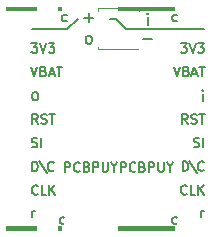
<source format=gto>
%TF.GenerationSoftware,KiCad,Pcbnew,(5.1.9)-1*%
%TF.CreationDate,2021-09-16T08:42:28+02:00*%
%TF.ProjectId,poly_kb,706f6c79-5f6b-4622-9e6b-696361645f70,rev?*%
%TF.SameCoordinates,Original*%
%TF.FileFunction,Legend,Top*%
%TF.FilePolarity,Positive*%
%FSLAX46Y46*%
G04 Gerber Fmt 4.6, Leading zero omitted, Abs format (unit mm)*
G04 Created by KiCad (PCBNEW (5.1.9)-1) date 2021-09-16 08:42:28*
%MOMM*%
%LPD*%
G01*
G04 APERTURE LIST*
%ADD10C,0.150000*%
%ADD11C,0.153000*%
%ADD12C,0.127000*%
%ADD13C,0.180000*%
%ADD14C,0.120000*%
%ADD15C,2.200000*%
%ADD16C,4.000000*%
%ADD17C,1.700000*%
%ADD18R,2.000000X1.500000*%
%ADD19R,1.500000X1.500000*%
%ADD20R,0.950000X0.800000*%
G04 APERTURE END LIST*
D10*
X265976666Y-121329404D02*
X265976666Y-120529404D01*
X266281428Y-120529404D01*
X266357619Y-120567500D01*
X266395714Y-120605595D01*
X266433809Y-120681785D01*
X266433809Y-120796071D01*
X266395714Y-120872261D01*
X266357619Y-120910357D01*
X266281428Y-120948452D01*
X265976666Y-120948452D01*
X267233809Y-121253214D02*
X267195714Y-121291309D01*
X267081428Y-121329404D01*
X267005238Y-121329404D01*
X266890952Y-121291309D01*
X266814761Y-121215119D01*
X266776666Y-121138928D01*
X266738571Y-120986547D01*
X266738571Y-120872261D01*
X266776666Y-120719880D01*
X266814761Y-120643690D01*
X266890952Y-120567500D01*
X267005238Y-120529404D01*
X267081428Y-120529404D01*
X267195714Y-120567500D01*
X267233809Y-120605595D01*
X267843333Y-120910357D02*
X267957619Y-120948452D01*
X267995714Y-120986547D01*
X268033809Y-121062738D01*
X268033809Y-121177023D01*
X267995714Y-121253214D01*
X267957619Y-121291309D01*
X267881428Y-121329404D01*
X267576666Y-121329404D01*
X267576666Y-120529404D01*
X267843333Y-120529404D01*
X267919523Y-120567500D01*
X267957619Y-120605595D01*
X267995714Y-120681785D01*
X267995714Y-120757976D01*
X267957619Y-120834166D01*
X267919523Y-120872261D01*
X267843333Y-120910357D01*
X267576666Y-120910357D01*
X268376666Y-121329404D02*
X268376666Y-120529404D01*
X268681428Y-120529404D01*
X268757619Y-120567500D01*
X268795714Y-120605595D01*
X268833809Y-120681785D01*
X268833809Y-120796071D01*
X268795714Y-120872261D01*
X268757619Y-120910357D01*
X268681428Y-120948452D01*
X268376666Y-120948452D01*
X269176666Y-120529404D02*
X269176666Y-121177023D01*
X269214761Y-121253214D01*
X269252857Y-121291309D01*
X269329047Y-121329404D01*
X269481428Y-121329404D01*
X269557619Y-121291309D01*
X269595714Y-121253214D01*
X269633809Y-121177023D01*
X269633809Y-120529404D01*
X270167142Y-120948452D02*
X270167142Y-121329404D01*
X269900476Y-120529404D02*
X270167142Y-120948452D01*
X270433809Y-120529404D01*
X270700476Y-121329404D02*
X270700476Y-120529404D01*
X271005238Y-120529404D01*
X271081428Y-120567500D01*
X271119523Y-120605595D01*
X271157619Y-120681785D01*
X271157619Y-120796071D01*
X271119523Y-120872261D01*
X271081428Y-120910357D01*
X271005238Y-120948452D01*
X270700476Y-120948452D01*
X271957619Y-121253214D02*
X271919523Y-121291309D01*
X271805238Y-121329404D01*
X271729047Y-121329404D01*
X271614761Y-121291309D01*
X271538571Y-121215119D01*
X271500476Y-121138928D01*
X271462380Y-120986547D01*
X271462380Y-120872261D01*
X271500476Y-120719880D01*
X271538571Y-120643690D01*
X271614761Y-120567500D01*
X271729047Y-120529404D01*
X271805238Y-120529404D01*
X271919523Y-120567500D01*
X271957619Y-120605595D01*
X272567142Y-120910357D02*
X272681428Y-120948452D01*
X272719523Y-120986547D01*
X272757619Y-121062738D01*
X272757619Y-121177023D01*
X272719523Y-121253214D01*
X272681428Y-121291309D01*
X272605238Y-121329404D01*
X272300476Y-121329404D01*
X272300476Y-120529404D01*
X272567142Y-120529404D01*
X272643333Y-120567500D01*
X272681428Y-120605595D01*
X272719523Y-120681785D01*
X272719523Y-120757976D01*
X272681428Y-120834166D01*
X272643333Y-120872261D01*
X272567142Y-120910357D01*
X272300476Y-120910357D01*
X273100476Y-121329404D02*
X273100476Y-120529404D01*
X273405238Y-120529404D01*
X273481428Y-120567500D01*
X273519523Y-120605595D01*
X273557619Y-120681785D01*
X273557619Y-120796071D01*
X273519523Y-120872261D01*
X273481428Y-120910357D01*
X273405238Y-120948452D01*
X273100476Y-120948452D01*
X273900476Y-120529404D02*
X273900476Y-121177023D01*
X273938571Y-121253214D01*
X273976666Y-121291309D01*
X274052857Y-121329404D01*
X274205238Y-121329404D01*
X274281428Y-121291309D01*
X274319523Y-121253214D01*
X274357619Y-121177023D01*
X274357619Y-120529404D01*
X274890952Y-120948452D02*
X274890952Y-121329404D01*
X274624285Y-120529404D02*
X274890952Y-120948452D01*
X275157619Y-120529404D01*
D11*
X275462976Y-125672809D02*
X275386785Y-125710904D01*
X275234404Y-125710904D01*
X275158214Y-125672809D01*
X275120119Y-125634714D01*
X275082023Y-125558523D01*
X275082023Y-125329952D01*
X275120119Y-125253761D01*
X275158214Y-125215666D01*
X275234404Y-125177571D01*
X275386785Y-125177571D01*
X275462976Y-125215666D01*
D12*
G36*
X265747500Y-107723000D02*
G01*
X265366500Y-107723000D01*
X265366500Y-107342000D01*
X265747500Y-107342000D01*
X265747500Y-107723000D01*
G37*
G36*
X263652000Y-107723000D02*
G01*
X260985000Y-107723000D01*
X260985000Y-107342000D01*
X263652000Y-107342000D01*
X263652000Y-107723000D01*
G37*
G36*
X263652000Y-126301500D02*
G01*
X260985000Y-126301500D01*
X260985000Y-125920500D01*
X263652000Y-125920500D01*
X263652000Y-126301500D01*
G37*
G36*
X265747500Y-126301500D02*
G01*
X265366500Y-126301500D01*
X265366500Y-125920500D01*
X265747500Y-125920500D01*
X265747500Y-126301500D01*
G37*
G36*
X275272500Y-107723000D02*
G01*
X270510000Y-107723000D01*
X270510000Y-107342000D01*
X275272500Y-107342000D01*
X275272500Y-107723000D01*
G37*
G36*
X275272500Y-126301500D02*
G01*
X270510000Y-126301500D01*
X270510000Y-125920500D01*
X275272500Y-125920500D01*
X275272500Y-126301500D01*
G37*
D13*
X270357600Y-108381800D02*
X269798800Y-108381800D01*
X271170400Y-109194600D02*
X270357600Y-108381800D01*
X277749000Y-109194600D02*
X271170400Y-109194600D01*
X266128500Y-109220000D02*
X267081000Y-108394500D01*
X263169400Y-109220000D02*
X266128500Y-109220000D01*
D11*
X277501357Y-125139404D02*
X277501357Y-124606071D01*
X277501357Y-124758452D02*
X277539452Y-124682261D01*
X277577547Y-124644166D01*
X277653738Y-124606071D01*
X277729928Y-124606071D01*
X276307552Y-123170914D02*
X276269457Y-123209009D01*
X276155171Y-123247104D01*
X276078981Y-123247104D01*
X275964695Y-123209009D01*
X275888504Y-123132819D01*
X275850409Y-123056628D01*
X275812314Y-122904247D01*
X275812314Y-122789961D01*
X275850409Y-122637580D01*
X275888504Y-122561390D01*
X275964695Y-122485200D01*
X276078981Y-122447104D01*
X276155171Y-122447104D01*
X276269457Y-122485200D01*
X276307552Y-122523295D01*
X277031362Y-123247104D02*
X276650409Y-123247104D01*
X276650409Y-122447104D01*
X277298028Y-123247104D02*
X277298028Y-122447104D01*
X277755171Y-123247104D02*
X277412314Y-122789961D01*
X277755171Y-122447104D02*
X277298028Y-122904247D01*
X275964695Y-121244734D02*
X275964695Y-120444734D01*
X276155171Y-120444734D01*
X276269457Y-120482830D01*
X276345647Y-120559020D01*
X276383743Y-120635210D01*
X276421838Y-120787591D01*
X276421838Y-120901877D01*
X276383743Y-121054258D01*
X276345647Y-121130449D01*
X276269457Y-121206639D01*
X276155171Y-121244734D01*
X275964695Y-121244734D01*
X276498028Y-120368544D02*
X277183743Y-121397115D01*
X277755171Y-121168544D02*
X277717076Y-121206639D01*
X277602790Y-121244734D01*
X277526600Y-121244734D01*
X277412314Y-121206639D01*
X277336124Y-121130449D01*
X277298028Y-121054258D01*
X277259933Y-120901877D01*
X277259933Y-120787591D01*
X277298028Y-120635210D01*
X277336124Y-120559020D01*
X277412314Y-120482830D01*
X277526600Y-120444734D01*
X277602790Y-120444734D01*
X277717076Y-120482830D01*
X277755171Y-120520925D01*
X276917076Y-119204273D02*
X277031362Y-119242368D01*
X277221838Y-119242368D01*
X277298028Y-119204273D01*
X277336124Y-119166178D01*
X277374219Y-119089987D01*
X277374219Y-119013797D01*
X277336124Y-118937606D01*
X277298028Y-118899511D01*
X277221838Y-118861416D01*
X277069457Y-118823321D01*
X276993266Y-118785225D01*
X276955171Y-118747130D01*
X276917076Y-118670940D01*
X276917076Y-118594749D01*
X276955171Y-118518559D01*
X276993266Y-118480464D01*
X277069457Y-118442368D01*
X277259933Y-118442368D01*
X277374219Y-118480464D01*
X277717076Y-119242368D02*
X277717076Y-118442368D01*
X276383742Y-117240002D02*
X276117076Y-116859050D01*
X275926599Y-117240002D02*
X275926599Y-116440002D01*
X276231361Y-116440002D01*
X276307552Y-116478098D01*
X276345647Y-116516193D01*
X276383742Y-116592383D01*
X276383742Y-116706669D01*
X276345647Y-116782859D01*
X276307552Y-116820955D01*
X276231361Y-116859050D01*
X275926599Y-116859050D01*
X276688504Y-117201907D02*
X276802790Y-117240002D01*
X276993266Y-117240002D01*
X277069457Y-117201907D01*
X277107552Y-117163812D01*
X277145647Y-117087621D01*
X277145647Y-117011431D01*
X277107552Y-116935240D01*
X277069457Y-116897145D01*
X276993266Y-116859050D01*
X276840885Y-116820955D01*
X276764695Y-116782859D01*
X276726599Y-116744764D01*
X276688504Y-116668574D01*
X276688504Y-116592383D01*
X276726599Y-116516193D01*
X276764695Y-116478098D01*
X276840885Y-116440002D01*
X277031361Y-116440002D01*
X277145647Y-116478098D01*
X277374218Y-116440002D02*
X277831361Y-116440002D01*
X277602790Y-117240002D02*
X277602790Y-116440002D01*
X277647400Y-115361980D02*
X277647400Y-114695314D01*
X277647400Y-114361980D02*
X277599780Y-114409600D01*
X277647400Y-114457219D01*
X277695019Y-114409600D01*
X277647400Y-114361980D01*
X277647400Y-114457219D01*
X275202791Y-112435270D02*
X275469457Y-113235270D01*
X275736124Y-112435270D01*
X276269457Y-112816223D02*
X276383743Y-112854318D01*
X276421838Y-112892413D01*
X276459934Y-112968604D01*
X276459934Y-113082889D01*
X276421838Y-113159080D01*
X276383743Y-113197175D01*
X276307553Y-113235270D01*
X276002791Y-113235270D01*
X276002791Y-112435270D01*
X276269457Y-112435270D01*
X276345648Y-112473366D01*
X276383743Y-112511461D01*
X276421838Y-112587651D01*
X276421838Y-112663842D01*
X276383743Y-112740032D01*
X276345648Y-112778127D01*
X276269457Y-112816223D01*
X276002791Y-112816223D01*
X276764696Y-113006699D02*
X277145648Y-113006699D01*
X276688505Y-113235270D02*
X276955172Y-112435270D01*
X277221838Y-113235270D01*
X277374219Y-112435270D02*
X277831362Y-112435270D01*
X277602791Y-113235270D02*
X277602791Y-112435270D01*
X275812314Y-110432904D02*
X276307552Y-110432904D01*
X276040886Y-110737666D01*
X276155171Y-110737666D01*
X276231362Y-110775761D01*
X276269457Y-110813857D01*
X276307552Y-110890047D01*
X276307552Y-111080523D01*
X276269457Y-111156714D01*
X276231362Y-111194809D01*
X276155171Y-111232904D01*
X275926600Y-111232904D01*
X275850410Y-111194809D01*
X275812314Y-111156714D01*
X276536124Y-110432904D02*
X276802791Y-111232904D01*
X277069457Y-110432904D01*
X277259933Y-110432904D02*
X277755171Y-110432904D01*
X277488505Y-110737666D01*
X277602791Y-110737666D01*
X277678981Y-110775761D01*
X277717076Y-110813857D01*
X277755171Y-110890047D01*
X277755171Y-111080523D01*
X277717076Y-111156714D01*
X277678981Y-111194809D01*
X277602791Y-111232904D01*
X277374219Y-111232904D01*
X277298029Y-111194809D01*
X277259933Y-111156714D01*
X275462976Y-108527809D02*
X275386785Y-108565904D01*
X275234404Y-108565904D01*
X275158214Y-108527809D01*
X275120119Y-108489714D01*
X275082023Y-108413523D01*
X275082023Y-108184952D01*
X275120119Y-108108761D01*
X275158214Y-108070666D01*
X275234404Y-108032571D01*
X275386785Y-108032571D01*
X275462976Y-108070666D01*
X266128476Y-108527809D02*
X266052285Y-108565904D01*
X265899904Y-108565904D01*
X265823714Y-108527809D01*
X265785619Y-108489714D01*
X265747523Y-108413523D01*
X265747523Y-108184952D01*
X265785619Y-108108761D01*
X265823714Y-108070666D01*
X265899904Y-108032571D01*
X266052285Y-108032571D01*
X266128476Y-108070666D01*
X265937976Y-125672809D02*
X265861785Y-125710904D01*
X265709404Y-125710904D01*
X265633214Y-125672809D01*
X265595119Y-125634714D01*
X265557023Y-125558523D01*
X265557023Y-125329952D01*
X265595119Y-125253761D01*
X265633214Y-125215666D01*
X265709404Y-125177571D01*
X265861785Y-125177571D01*
X265937976Y-125215666D01*
X263213857Y-125139404D02*
X263213857Y-124606071D01*
X263213857Y-124758452D02*
X263251952Y-124682261D01*
X263290047Y-124644166D01*
X263366238Y-124606071D01*
X263442428Y-124606071D01*
X263696542Y-123196314D02*
X263658447Y-123234409D01*
X263544161Y-123272504D01*
X263467971Y-123272504D01*
X263353685Y-123234409D01*
X263277494Y-123158219D01*
X263239399Y-123082028D01*
X263201304Y-122929647D01*
X263201304Y-122815361D01*
X263239399Y-122662980D01*
X263277494Y-122586790D01*
X263353685Y-122510600D01*
X263467971Y-122472504D01*
X263544161Y-122472504D01*
X263658447Y-122510600D01*
X263696542Y-122548695D01*
X264420352Y-123272504D02*
X264039399Y-123272504D01*
X264039399Y-122472504D01*
X264687018Y-123272504D02*
X264687018Y-122472504D01*
X265144161Y-123272504D02*
X264801304Y-122815361D01*
X265144161Y-122472504D02*
X264687018Y-122929647D01*
X263239399Y-121265904D02*
X263239399Y-120465904D01*
X263429875Y-120465904D01*
X263544161Y-120504000D01*
X263620351Y-120580190D01*
X263658447Y-120656380D01*
X263696542Y-120808761D01*
X263696542Y-120923047D01*
X263658447Y-121075428D01*
X263620351Y-121151619D01*
X263544161Y-121227809D01*
X263429875Y-121265904D01*
X263239399Y-121265904D01*
X263772732Y-120389714D02*
X264458447Y-121418285D01*
X265029875Y-121189714D02*
X264991780Y-121227809D01*
X264877494Y-121265904D01*
X264801304Y-121265904D01*
X264687018Y-121227809D01*
X264610828Y-121151619D01*
X264572732Y-121075428D01*
X264534637Y-120923047D01*
X264534637Y-120808761D01*
X264572732Y-120656380D01*
X264610828Y-120580190D01*
X264687018Y-120504000D01*
X264801304Y-120465904D01*
X264877494Y-120465904D01*
X264991780Y-120504000D01*
X265029875Y-120542095D01*
X263201304Y-119221209D02*
X263315590Y-119259304D01*
X263506066Y-119259304D01*
X263582256Y-119221209D01*
X263620352Y-119183114D01*
X263658447Y-119106923D01*
X263658447Y-119030733D01*
X263620352Y-118954542D01*
X263582256Y-118916447D01*
X263506066Y-118878352D01*
X263353685Y-118840257D01*
X263277494Y-118802161D01*
X263239399Y-118764066D01*
X263201304Y-118687876D01*
X263201304Y-118611685D01*
X263239399Y-118535495D01*
X263277494Y-118497400D01*
X263353685Y-118459304D01*
X263544161Y-118459304D01*
X263658447Y-118497400D01*
X264001304Y-119259304D02*
X264001304Y-118459304D01*
X263696542Y-117252704D02*
X263429876Y-116871752D01*
X263239399Y-117252704D02*
X263239399Y-116452704D01*
X263544161Y-116452704D01*
X263620352Y-116490800D01*
X263658447Y-116528895D01*
X263696542Y-116605085D01*
X263696542Y-116719371D01*
X263658447Y-116795561D01*
X263620352Y-116833657D01*
X263544161Y-116871752D01*
X263239399Y-116871752D01*
X264001304Y-117214609D02*
X264115590Y-117252704D01*
X264306066Y-117252704D01*
X264382257Y-117214609D01*
X264420352Y-117176514D01*
X264458447Y-117100323D01*
X264458447Y-117024133D01*
X264420352Y-116947942D01*
X264382257Y-116909847D01*
X264306066Y-116871752D01*
X264153685Y-116833657D01*
X264077495Y-116795561D01*
X264039399Y-116757466D01*
X264001304Y-116681276D01*
X264001304Y-116605085D01*
X264039399Y-116528895D01*
X264077495Y-116490800D01*
X264153685Y-116452704D01*
X264344161Y-116452704D01*
X264458447Y-116490800D01*
X264687018Y-116452704D02*
X265144161Y-116452704D01*
X264915590Y-117252704D02*
X264915590Y-116452704D01*
X263402771Y-115260380D02*
X263307533Y-115212761D01*
X263259914Y-115165142D01*
X263212295Y-115069904D01*
X263212295Y-114784190D01*
X263259914Y-114688952D01*
X263307533Y-114641333D01*
X263402771Y-114593714D01*
X263545628Y-114593714D01*
X263640866Y-114641333D01*
X263688485Y-114688952D01*
X263736104Y-114784190D01*
X263736104Y-115069904D01*
X263688485Y-115165142D01*
X263640866Y-115212761D01*
X263545628Y-115260380D01*
X263402771Y-115260380D01*
X263125114Y-112439504D02*
X263391780Y-113239504D01*
X263658447Y-112439504D01*
X264191780Y-112820457D02*
X264306066Y-112858552D01*
X264344161Y-112896647D01*
X264382257Y-112972838D01*
X264382257Y-113087123D01*
X264344161Y-113163314D01*
X264306066Y-113201409D01*
X264229876Y-113239504D01*
X263925114Y-113239504D01*
X263925114Y-112439504D01*
X264191780Y-112439504D01*
X264267971Y-112477600D01*
X264306066Y-112515695D01*
X264344161Y-112591885D01*
X264344161Y-112668076D01*
X264306066Y-112744266D01*
X264267971Y-112782361D01*
X264191780Y-112820457D01*
X263925114Y-112820457D01*
X264687019Y-113010933D02*
X265067971Y-113010933D01*
X264610828Y-113239504D02*
X264877495Y-112439504D01*
X265144161Y-113239504D01*
X265296542Y-112439504D02*
X265753685Y-112439504D01*
X265525114Y-113239504D02*
X265525114Y-112439504D01*
X263163209Y-110432904D02*
X263658447Y-110432904D01*
X263391781Y-110737666D01*
X263506066Y-110737666D01*
X263582257Y-110775761D01*
X263620352Y-110813857D01*
X263658447Y-110890047D01*
X263658447Y-111080523D01*
X263620352Y-111156714D01*
X263582257Y-111194809D01*
X263506066Y-111232904D01*
X263277495Y-111232904D01*
X263201305Y-111194809D01*
X263163209Y-111156714D01*
X263887019Y-110432904D02*
X264153686Y-111232904D01*
X264420352Y-110432904D01*
X264610828Y-110432904D02*
X265106066Y-110432904D01*
X264839400Y-110737666D01*
X264953686Y-110737666D01*
X265029876Y-110775761D01*
X265067971Y-110813857D01*
X265106066Y-110890047D01*
X265106066Y-111080523D01*
X265067971Y-111156714D01*
X265029876Y-111194809D01*
X264953686Y-111232904D01*
X264725114Y-111232904D01*
X264648924Y-111194809D01*
X264610828Y-111156714D01*
D14*
%TO.C,LED1*%
X271450000Y-110960000D02*
X268770000Y-110960000D01*
X268770000Y-107480000D02*
X272250000Y-107480000D01*
X268770000Y-110960000D02*
X268770000Y-110720000D01*
X268770000Y-107480000D02*
X268770000Y-107720000D01*
X272250000Y-107480000D02*
X272250000Y-107720000D01*
X271450000Y-110960000D02*
X272210000Y-110960000D01*
D10*
X273010000Y-108872380D02*
X273010000Y-108205714D01*
X273010000Y-107872380D02*
X272962380Y-107920000D01*
X273010000Y-107967619D01*
X273057619Y-107920000D01*
X273010000Y-107872380D01*
X273010000Y-107967619D01*
X267938571Y-110472380D02*
X267843333Y-110424761D01*
X267795714Y-110377142D01*
X267748095Y-110281904D01*
X267748095Y-109996190D01*
X267795714Y-109900952D01*
X267843333Y-109853333D01*
X267938571Y-109805714D01*
X268081428Y-109805714D01*
X268176666Y-109853333D01*
X268224285Y-109900952D01*
X268271904Y-109996190D01*
X268271904Y-110281904D01*
X268224285Y-110377142D01*
X268176666Y-110424761D01*
X268081428Y-110472380D01*
X267938571Y-110472380D01*
X272629047Y-110091428D02*
X273390952Y-110091428D01*
X267629047Y-108291428D02*
X268390952Y-108291428D01*
X268010000Y-108672380D02*
X268010000Y-107910476D01*
%TD*%
%LPC*%
D15*
%TO.C,SW1*%
X273050000Y-113030000D03*
X266700000Y-115570000D03*
D16*
X270510000Y-118110000D03*
D17*
X265430000Y-118110000D03*
X275590000Y-118110000D03*
%TD*%
D18*
%TO.C,J4*%
X279019000Y-124840000D03*
X279019000Y-122840000D03*
X279019000Y-120840000D03*
X279019000Y-108840000D03*
X279019000Y-118840000D03*
X279019000Y-110840000D03*
X279019000Y-112840000D03*
X279019000Y-114840000D03*
X279019000Y-116840000D03*
%TD*%
%TO.C,J3*%
X262001000Y-124840000D03*
X262001000Y-122840000D03*
X262001000Y-120840000D03*
X262001000Y-108840000D03*
X262001000Y-118840000D03*
X262001000Y-110840000D03*
X262001000Y-112840000D03*
X262001000Y-114840000D03*
X262001000Y-116840000D03*
%TD*%
D19*
%TO.C,J9*%
X276479000Y-125603000D03*
%TD*%
%TO.C,J8*%
X264541000Y-108077000D03*
%TD*%
%TO.C,J7*%
X264541000Y-125603000D03*
%TD*%
%TO.C,J2*%
X276479000Y-108077000D03*
%TD*%
D20*
%TO.C,LED1*%
X271875000Y-108330000D03*
X269145000Y-108330000D03*
X271875000Y-110110000D03*
X269145000Y-110110000D03*
%TD*%
M02*

</source>
